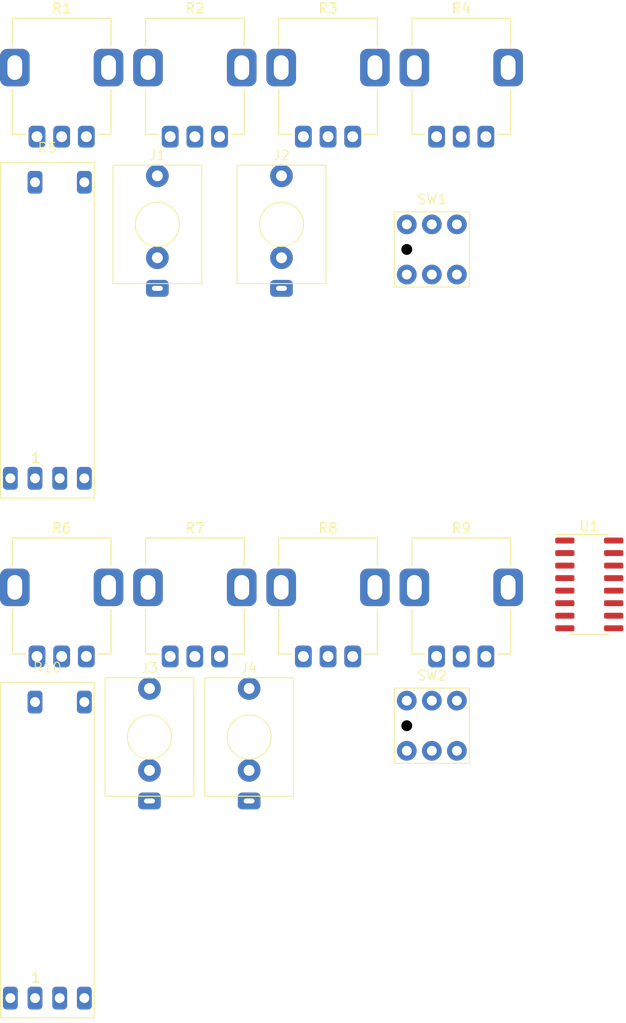
<source format=kicad_pcb>
(kicad_pcb (version 20221018) (generator pcbnew)
  (layers (0 "F.Cu" signal) (31 "B.Cu" signal) (34 "B.Paste" user) (35 "F.Paste" user) (36 "B.SilkS" user "B.Silkscreen") (37 "F.SilkS" user "F.Silkscreen") (38 "B.Mask" user) (39 "F.Mask" user) (44 "Edge.Cuts" user))
  (net 0 "")
  (net 23 "Net-(J2-PadT)")
  (net 24 "/Channel 1 input/Pan_cv")
  (net 38 "Net-(J4-PadT)")
  (net 39 "/Channel 2 input/Pan_cv")
  (footprint "WillItBlend:Potentiometer_SongHuei_9mm" (layer "F.Cu") (at 160.6 95.2)
    (fp_text reference "R6" (at 0 -6) (layer "F.SilkS"))
    (fp_text value "100k")
    (fp_line (start -5 -2.25) (end -5 -5) (stroke (width 0.12)) (layer "F.SilkS"))
    (fp_line (start -5 6.75) (end -5 2.25) (stroke (width 0.12)) (layer "F.SilkS"))
    (fp_line (start -3.665 6.75) (end -5 6.75) (stroke (width 0.12)) (layer "F.SilkS"))
    (fp_line (start 3.665 6.75) (end 5 6.75) (stroke (width 0.12)) (layer "F.SilkS"))
    (fp_line (start 5 -5) (end -5 -5) (stroke (width 0.12)) (layer "F.SilkS"))
    (fp_line (start 5 -2.25) (end 5 -5) (stroke (width 0.12)) (layer "F.SilkS"))
    (fp_line (start 5 6.75) (end 5 2.25) (stroke (width 0.12)) (layer "F.SilkS"))
    (pad "" thru_hole roundrect (at -4.75 0 180) (size 3 3.8) (drill oval 1.5 2.5) (layers "*.Cu" "*.Mask"))
    (pad "" thru_hole roundrect (at 4.75 0 180) (size 3 3.8) (drill oval 1.5 2.5) (layers "*.Cu" "*.Mask"))
    (pad "1" thru_hole roundrect (at -2.5 7 180) (size 1.7 2.2) (drill 1.1) (layers "*.Cu" "*.Mask"))
    (pad "2" thru_hole roundrect (at 0 7 180) (size 1.7 2.2) (drill 1.1) (layers "*.Cu" "*.Mask"))
    (pad "3" thru_hole roundrect (at 2.5 7 180) (size 1.7 2.2) (drill 1.1) (layers "*.Cu" "*.Mask"))
  )
  (footprint "WillItBlend:Potentiometer_SongHuei_9mm" (layer "F.Cu") (at 160.6 42.53)
    (fp_text reference "R1" (at 0 -6) (layer "F.SilkS"))
    (fp_text value "100k")
    (fp_line (start -5 -2.25) (end -5 -5) (stroke (width 0.12)) (layer "F.SilkS"))
    (fp_line (start -5 6.75) (end -5 2.25) (stroke (width 0.12)) (layer "F.SilkS"))
    (fp_line (start -3.665 6.75) (end -5 6.75) (stroke (width 0.12)) (layer "F.SilkS"))
    (fp_line (start 3.665 6.75) (end 5 6.75) (stroke (width 0.12)) (layer "F.SilkS"))
    (fp_line (start 5 -5) (end -5 -5) (stroke (width 0.12)) (layer "F.SilkS"))
    (fp_line (start 5 -2.25) (end 5 -5) (stroke (width 0.12)) (layer "F.SilkS"))
    (fp_line (start 5 6.75) (end 5 2.25) (stroke (width 0.12)) (layer "F.SilkS"))
    (pad "" thru_hole roundrect (at -4.75 0 180) (size 3 3.8) (drill oval 1.5 2.5) (layers "*.Cu" "*.Mask"))
    (pad "" thru_hole roundrect (at 4.75 0 180) (size 3 3.8) (drill oval 1.5 2.5) (layers "*.Cu" "*.Mask"))
    (pad "1" thru_hole roundrect (at -2.5 7 180) (size 1.7 2.2) (drill 1.1) (layers "*.Cu" "*.Mask"))
    (pad "2" thru_hole roundrect (at 0 7 180) (size 1.7 2.2) (drill 1.1) (layers "*.Cu" "*.Mask"))
    (pad "3" thru_hole roundrect (at 2.5 7 180) (size 1.7 2.2) (drill 1.1) (layers "*.Cu" "*.Mask"))
  )
  (footprint "WillItBlend:Potentiometer_SongHuei_9mm" (layer "F.Cu") (at 174.1 42.53)
    (fp_text reference "R2" (at 0 -6) (layer "F.SilkS"))
    (fp_text value "100k")
    (fp_line (start -5 -2.25) (end -5 -5) (stroke (width 0.12)) (layer "F.SilkS"))
    (fp_line (start -5 6.75) (end -5 2.25) (stroke (width 0.12)) (layer "F.SilkS"))
    (fp_line (start -3.665 6.75) (end -5 6.75) (stroke (width 0.12)) (layer "F.SilkS"))
    (fp_line (start 3.665 6.75) (end 5 6.75) (stroke (width 0.12)) (layer "F.SilkS"))
    (fp_line (start 5 -5) (end -5 -5) (stroke (width 0.12)) (layer "F.SilkS"))
    (fp_line (start 5 -2.25) (end 5 -5) (stroke (width 0.12)) (layer "F.SilkS"))
    (fp_line (start 5 6.75) (end 5 2.25) (stroke (width 0.12)) (layer "F.SilkS"))
    (pad "" thru_hole roundrect (at -4.75 0 180) (size 3 3.8) (drill oval 1.5 2.5) (layers "*.Cu" "*.Mask"))
    (pad "" thru_hole roundrect (at 4.75 0 180) (size 3 3.8) (drill oval 1.5 2.5) (layers "*.Cu" "*.Mask"))
    (pad "1" thru_hole roundrect (at -2.5 7 180) (size 1.7 2.2) (drill 1.1) (layers "*.Cu" "*.Mask"))
    (pad "2" thru_hole roundrect (at 0 7 180) (size 1.7 2.2) (drill 1.1) (layers "*.Cu" "*.Mask"))
    (pad "3" thru_hole roundrect (at 2.5 7 180) (size 1.7 2.2) (drill 1.1) (layers "*.Cu" "*.Mask"))
  )
  (footprint "WillItBlend:PJ398SM" (layer "F.Cu") (at 170.3 58.42)
    (fp_text reference "J1" (at 0 -7 unlocked) (layer "F.SilkS") (effects (font (thickness 0.1))))
    (fp_text value "PJ398SM" hide)
    (fp_rect (start -4.5 -6) (end 4.5 6) (stroke (width 0.1)) (fill none) (layer "F.SilkS"))
    (fp_circle (center 0 0) (end 2.236 0) (stroke (width 0.1)) (fill none) (layer "F.SilkS"))
    (pad "1" thru_hole roundrect (at 0 6.48) (size 2.3 1.7) (drill oval 1.1 0.5) (layers "*.Cu" "*.Mask"))
    (pad "2" thru_hole circle (at 0 3.38) (size 2.3 2.3) (drill 1.1) (layers "*.Cu" "*.Mask"))
    (pad "3" thru_hole circle (at 0 -4.92) (size 2.3 2.3) (drill 1.1) (layers "*.Cu" "*.Mask"))
  )
  (footprint "WillItBlend:PJ398SM" (layer "F.Cu") (at 169.5 110.365)
    (fp_text reference "J3" (at 0 -7 unlocked) (layer "F.SilkS") (effects (font (thickness 0.1))))
    (fp_text value "PJ398SM" hide)
    (fp_rect (start -4.5 -6) (end 4.5 6) (stroke (width 0.1)) (fill none) (layer "F.SilkS"))
    (fp_circle (center 0 0) (end 2.236 0) (stroke (width 0.1)) (fill none) (layer "F.SilkS"))
    (pad "1" thru_hole roundrect (at 0 6.48) (size 2.3 1.7) (drill oval 1.1 0.5) (layers "*.Cu" "*.Mask"))
    (pad "2" thru_hole circle (at 0 3.38) (size 2.3 2.3) (drill 1.1) (layers "*.Cu" "*.Mask"))
    (pad "3" thru_hole circle (at 0 -4.92) (size 2.3 2.3) (drill 1.1) (layers "*.Cu" "*.Mask"))
  )
  (footprint "WillItBlend:PB01-109TL" (layer "F.Cu") (at 198.12 109.22)
    (fp_text reference "SW2" (at 0 -5.08 unlocked) (layer "F.SilkS") (effects (font (thickness 0.1))))
    (fp_text value "SW_SPST_LED")
    (fp_rect (start -3.81 -3.81) (end 3.81 3.81) (stroke (width 0.1)) (fill none) (layer "F.SilkS"))
    (pad "" np_thru_hole circle (at -2.54 0) (size 1.7 1.7) (drill 1.1) (layers "*.Mask"))
    (pad "1" thru_hole circle (at 2.54 -2.54) (size 2 2) (drill 1) (layers "*.Cu" "*.Mask"))
    (pad "2" thru_hole circle (at 2.54 2.54) (size 2 2) (drill 1) (layers "*.Cu" "*.Mask"))
    (pad "3" thru_hole circle (at -2.54 -2.54) (size 2 2) (drill 1) (layers "*.Cu" "*.Mask"))
    (pad "4" thru_hole circle (at -2.54 2.54) (size 2 2) (drill 1) (layers "*.Cu" "*.Mask"))
    (pad "L1" thru_hole circle (at 0 -2.54) (size 2 2) (drill 1) (layers "*.Cu" "*.Mask"))
    (pad "L2" thru_hole circle (at 0 2.54) (size 2 2) (drill 1) (layers "*.Cu" "*.Mask"))
  )
  (footprint "WillItBlend:PJ398SM" (layer "F.Cu") (at 182.88 58.42)
    (fp_text reference "J2" (at 0 -7 unlocked) (layer "F.SilkS") (effects (font (thickness 0.1))))
    (fp_text value "PJ398SM" hide)
    (fp_rect (start -4.5 -6) (end 4.5 6) (stroke (width 0.1)) (fill none) (layer "F.SilkS"))
    (fp_circle (center 0 0) (end 2.236 0) (stroke (width 0.1)) (fill none) (layer "F.SilkS"))
    (pad "1" thru_hole roundrect (at 0 6.48) (size 2.3 1.7) (drill oval 1.1 0.5) (layers "*.Cu" "*.Mask"))
    (pad "2" thru_hole circle (at 0 3.38) (size 2.3 2.3) (drill 1.1) (layers "*.Cu" "*.Mask"))
    (pad "3" thru_hole circle (at 0 -4.92) (size 2.3 2.3) (drill 1.1) (layers "*.Cu" "*.Mask"))
  )
  (footprint "WillItBlend:PJ398SM" (layer "F.Cu") (at 179.6 110.365)
    (fp_text reference "J4" (at 0 -7 unlocked) (layer "F.SilkS") (effects (font (thickness 0.1))))
    (fp_text value "PJ398SM" hide)
    (fp_rect (start -4.5 -6) (end 4.5 6) (stroke (width 0.1)) (fill none) (layer "F.SilkS"))
    (fp_circle (center 0 0) (end 2.236 0) (stroke (width 0.1)) (fill none) (layer "F.SilkS"))
    (pad "1" thru_hole roundrect (at 0 6.48) (size 2.3 1.7) (drill oval 1.1 0.5) (layers "*.Cu" "*.Mask"))
    (pad "2" thru_hole circle (at 0 3.38) (size 2.3 2.3) (drill 1.1) (layers "*.Cu" "*.Mask"))
    (pad "3" thru_hole circle (at 0 -4.92) (size 2.3 2.3) (drill 1.1) (layers "*.Cu" "*.Mask"))
  )
  (footprint "WillItBlend:Potentiometer_SongHuei_9mm" (layer "F.Cu") (at 201.1 95.2)
    (fp_text reference "R9" (at 0 -6) (layer "F.SilkS"))
    (fp_text value "100k")
    (fp_line (start -5 -2.25) (end -5 -5) (stroke (width 0.12)) (layer "F.SilkS"))
    (fp_line (start -5 6.75) (end -5 2.25) (stroke (width 0.12)) (layer "F.SilkS"))
    (fp_line (start -3.665 6.75) (end -5 6.75) (stroke (width 0.12)) (layer "F.SilkS"))
    (fp_line (start 3.665 6.75) (end 5 6.75) (stroke (width 0.12)) (layer "F.SilkS"))
    (fp_line (start 5 -5) (end -5 -5) (stroke (width 0.12)) (layer "F.SilkS"))
    (fp_line (start 5 -2.25) (end 5 -5) (stroke (width 0.12)) (layer "F.SilkS"))
    (fp_line (start 5 6.75) (end 5 2.25) (stroke (width 0.12)) (layer "F.SilkS"))
    (pad "" thru_hole roundrect (at -4.75 0 180) (size 3 3.8) (drill oval 1.5 2.5) (layers "*.Cu" "*.Mask"))
    (pad "" thru_hole roundrect (at 4.75 0 180) (size 3 3.8) (drill oval 1.5 2.5) (layers "*.Cu" "*.Mask"))
    (pad "1" thru_hole roundrect (at -2.5 7 180) (size 1.7 2.2) (drill 1.1) (layers "*.Cu" "*.Mask"))
    (pad "2" thru_hole roundrect (at 0 7 180) (size 1.7 2.2) (drill 1.1) (layers "*.Cu" "*.Mask"))
    (pad "3" thru_hole roundrect (at 2.5 7 180) (size 1.7 2.2) (drill 1.1) (layers "*.Cu" "*.Mask"))
  )
  (footprint "Package_SO:SOIC-16_3.9x9.9mm_P1.27mm" (layer "F.Cu") (at 214.075 94.9)
    (fp_text reference "U1" (at 0 -5.9) (layer "F.SilkS"))
    (fp_text value "SSI2164")
    (fp_line (start 0 -5.06) (end -3.45 -5.06) (stroke (width 0.12)) (layer "F.SilkS"))
    (fp_line (start 0 -5.06) (end 1.95 -5.06) (stroke (width 0.12)) (layer "F.SilkS"))
    (fp_line (start 0 5.06) (end -1.95 5.06) (stroke (width 0.12)) (layer "F.SilkS"))
    (fp_line (start 0 5.06) (end 1.95 5.06) (stroke (width 0.12)) (layer "F.SilkS"))
    (pad "1" smd roundrect (at -2.475 -4.445) (size 1.95 0.6) (layers "F.Cu" "F.Paste" "F.Mask"))
    (pad "2" smd roundrect (at -2.475 -3.175) (size 1.95 0.6) (layers "F.Cu" "F.Paste" "F.Mask"))
    (pad "3" smd roundrect (at -2.475 -1.905) (size 1.95 0.6) (layers "F.Cu" "F.Paste" "F.Mask"))
    (pad "4" smd roundrect (at -2.475 -0.635) (size 1.95 0.6) (layers "F.Cu" "F.Paste" "F.Mask"))
    (pad "5" smd roundrect (at -2.475 0.635) (size 1.95 0.6) (layers "F.Cu" "F.Paste" "F.Mask"))
    (pad "6" smd roundrect (at -2.475 1.905) (size 1.95 0.6) (layers "F.Cu" "F.Paste" "F.Mask"))
    (pad "7" smd roundrect (at -2.475 3.175) (size 1.95 0.6) (layers "F.Cu" "F.Paste" "F.Mask"))
    (pad "8" smd roundrect (at -2.475 4.445) (size 1.95 0.6) (layers "F.Cu" "F.Paste" "F.Mask"))
    (pad "9" smd roundrect (at 2.475 4.445) (size 1.95 0.6) (layers "F.Cu" "F.Paste" "F.Mask"))
    (pad "10" smd roundrect (at 2.475 3.175) (size 1.95 0.6) (layers "F.Cu" "F.Paste" "F.Mask"))
    (pad "11" smd roundrect (at 2.475 1.905) (size 1.95 0.6) (layers "F.Cu" "F.Paste" "F.Mask"))
    (pad "12" smd roundrect (at 2.475 0.635) (size 1.95 0.6) (layers "F.Cu" "F.Paste" "F.Mask"))
    (pad "13" smd roundrect (at 2.475 -0.635) (size 1.95 0.6) (layers "F.Cu" "F.Paste" "F.Mask"))
    (pad "14" smd roundrect (at 2.475 -1.905) (size 1.95 0.6) (layers "F.Cu" "F.Paste" "F.Mask"))
    (pad "15" smd roundrect (at 2.475 -3.175) (size 1.95 0.6) (layers "F.Cu" "F.Paste" "F.Mask"))
    (pad "16" smd roundrect (at 2.475 -4.445) (size 1.95 0.6) (layers "F.Cu" "F.Paste" "F.Mask"))
  )
  (footprint "WillItBlend:RA2045F-20" (layer "F.Cu") (at 159.15 69.15)
    (fp_text reference "R5" (at 0 -18.5 unlocked) (layer "F.SilkS") (effects (font (thickness 0.1))))
    (fp_text value "50k")
    (fp_text user "1" (at -1.75 13.5 unlocked) (layer "F.SilkS") (effects (justify left bottom)))
    (fp_rect (start 4.75 17) (end -4.75 -17) (stroke (width 0.1)) (fill none) (layer "F.SilkS"))
    (pad "1" thru_hole roundrect (at -1.25 15 180) (size 1.5 2.3) (drill 1) (layers "*.Cu" "*.Mask"))
    (pad "2" thru_hole roundrect (at -3.75 15 180) (size 1.5 2.3) (drill 1) (layers "*.Cu" "*.Mask"))
    (pad "3" thru_hole roundrect (at -1.25 -15 180) (size 1.5 2.3) (drill 1) (layers "*.Cu" "*.Mask"))
    (pad "B" thru_hole roundrect (at 3.75 -15 180) (size 1.5 2.3) (drill 1) (layers "*.Cu" "*.Mask"))
    (pad "E" thru_hole roundrect (at 3.75 15 180) (size 1.5 2.3) (drill 1) (layers "*.Cu" "*.Mask"))
    (pad "L" thru_hole roundrect (at 1.25 15 180) (size 1.5 2.3) (drill 1) (layers "*.Cu" "*.Mask"))
  )
  (footprint "WillItBlend:RA2045F-20" (layer "F.Cu") (at 159.15 121.82)
    (fp_text reference "R10" (at 0 -18.5 unlocked) (layer "F.SilkS") (effects (font (thickness 0.1))))
    (fp_text value "50k")
    (fp_text user "1" (at -1.75 13.5 unlocked) (layer "F.SilkS") (effects (justify left bottom)))
    (fp_rect (start 4.75 17) (end -4.75 -17) (stroke (width 0.1)) (fill none) (layer "F.SilkS"))
    (pad "1" thru_hole roundrect (at -1.25 15 180) (size 1.5 2.3) (drill 1) (layers "*.Cu" "*.Mask"))
    (pad "2" thru_hole roundrect (at -3.75 15 180) (size 1.5 2.3) (drill 1) (layers "*.Cu" "*.Mask"))
    (pad "3" thru_hole roundrect (at -1.25 -15 180) (size 1.5 2.3) (drill 1) (layers "*.Cu" "*.Mask"))
    (pad "B" thru_hole roundrect (at 3.75 -15 180) (size 1.5 2.3) (drill 1) (layers "*.Cu" "*.Mask"))
    (pad "E" thru_hole roundrect (at 3.75 15 180) (size 1.5 2.3) (drill 1) (layers "*.Cu" "*.Mask"))
    (pad "L" thru_hole roundrect (at 1.25 15 180) (size 1.5 2.3) (drill 1) (layers "*.Cu" "*.Mask"))
  )
  (footprint "WillItBlend:Potentiometer_SongHuei_9mm" (layer "F.Cu") (at 187.6 42.53)
    (fp_text reference "R3" (at 0 -6) (layer "F.SilkS"))
    (fp_text value "100k")
    (fp_line (start -5 -2.25) (end -5 -5) (stroke (width 0.12)) (layer "F.SilkS"))
    (fp_line (start -5 6.75) (end -5 2.25) (stroke (width 0.12)) (layer "F.SilkS"))
    (fp_line (start -3.665 6.75) (end -5 6.75) (stroke (width 0.12)) (layer "F.SilkS"))
    (fp_line (start 3.665 6.75) (end 5 6.75) (stroke (width 0.12)) (layer "F.SilkS"))
    (fp_line (start 5 -5) (end -5 -5) (stroke (width 0.12)) (layer "F.SilkS"))
    (fp_line (start 5 -2.25) (end 5 -5) (stroke (width 0.12)) (layer "F.SilkS"))
    (fp_line (start 5 6.75) (end 5 2.25) (stroke (width 0.12)) (layer "F.SilkS"))
    (pad "" thru_hole roundrect (at -4.75 0 180) (size 3 3.8) (drill oval 1.5 2.5) (layers "*.Cu" "*.Mask"))
    (pad "" thru_hole roundrect (at 4.75 0 180) (size 3 3.8) (drill oval 1.5 2.5) (layers "*.Cu" "*.Mask"))
    (pad "1" thru_hole roundrect (at -2.5 7 180) (size 1.7 2.2) (drill 1.1) (layers "*.Cu" "*.Mask") (net 23 "Net-(J2-PadT)"))
    (pad "2" thru_hole roundrect (at 0 7 180) (size 1.7 2.2) (drill 1.1) (layers "*.Cu" "*.Mask") (net 24 "/Channel 1 input/Pan_cv"))
    (pad "3" thru_hole roundrect (at 2.5 7 180) (size 1.7 2.2) (drill 1.1) (layers "*.Cu" "*.Mask"))
  )
  (footprint "WillItBlend:Potentiometer_SongHuei_9mm" (layer "F.Cu") (at 187.6 95.2)
    (fp_text reference "R8" (at 0 -6) (layer "F.SilkS"))
    (fp_text value "100k")
    (fp_line (start -5 -2.25) (end -5 -5) (stroke (width 0.12)) (layer "F.SilkS"))
    (fp_line (start -5 6.75) (end -5 2.25) (stroke (width 0.12)) (layer "F.SilkS"))
    (fp_line (start -3.665 6.75) (end -5 6.75) (stroke (width 0.12)) (layer "F.SilkS"))
    (fp_line (start 3.665 6.75) (end 5 6.75) (stroke (width 0.12)) (layer "F.SilkS"))
    (fp_line (start 5 -5) (end -5 -5) (stroke (width 0.12)) (layer "F.SilkS"))
    (fp_line (start 5 -2.25) (end 5 -5) (stroke (width 0.12)) (layer "F.SilkS"))
    (fp_line (start 5 6.75) (end 5 2.25) (stroke (width 0.12)) (layer "F.SilkS"))
    (pad "" thru_hole roundrect (at -4.75 0 180) (size 3 3.8) (drill oval 1.5 2.5) (layers "*.Cu" "*.Mask"))
    (pad "" thru_hole roundrect (at 4.75 0 180) (size 3 3.8) (drill oval 1.5 2.5) (layers "*.Cu" "*.Mask"))
    (pad "1" thru_hole roundrect (at -2.5 7 180) (size 1.7 2.2) (drill 1.1) (layers "*.Cu" "*.Mask") (net 38 "Net-(J4-PadT)"))
    (pad "2" thru_hole roundrect (at 0 7 180) (size 1.7 2.2) (drill 1.1) (layers "*.Cu" "*.Mask") (net 39 "/Channel 2 input/Pan_cv"))
    (pad "3" thru_hole roundrect (at 2.5 7 180) (size 1.7 2.2) (drill 1.1) (layers "*.Cu" "*.Mask"))
  )
  (footprint "WillItBlend:Potentiometer_SongHuei_9mm" (layer "F.Cu") (at 174.1 95.2)
    (fp_text reference "R7" (at 0 -6) (layer "F.SilkS"))
    (fp_text value "100k")
    (fp_line (start -5 -2.25) (end -5 -5) (stroke (width 0.12)) (layer "F.SilkS"))
    (fp_line (start -5 6.75) (end -5 2.25) (stroke (width 0.12)) (layer "F.SilkS"))
    (fp_line (start -3.665 6.75) (end -5 6.75) (stroke (width 0.12)) (layer "F.SilkS"))
    (fp_line (start 3.665 6.75) (end 5 6.75) (stroke (width 0.12)) (layer "F.SilkS"))
    (fp_line (start 5 -5) (end -5 -5) (stroke (width 0.12)) (layer "F.SilkS"))
    (fp_line (start 5 -2.25) (end 5 -5) (stroke (width 0.12)) (layer "F.SilkS"))
    (fp_line (start 5 6.75) (end 5 2.25) (stroke (width 0.12)) (layer "F.SilkS"))
    (pad "" thru_hole roundrect (at -4.75 0 180) (size 3 3.8) (drill oval 1.5 2.5) (layers "*.Cu" "*.Mask"))
    (pad "" thru_hole roundrect (at 4.75 0 180) (size 3 3.8) (drill oval 1.5 2.5) (layers "*.Cu" "*.Mask"))
    (pad "1" thru_hole roundrect (at -2.5 7 180) (size 1.7 2.2) (drill 1.1) (layers "*.Cu" "*.Mask"))
    (pad "2" thru_hole roundrect (at 0 7 180) (size 1.7 2.2) (drill 1.1) (layers "*.Cu" "*.Mask"))
    (pad "3" thru_hole roundrect (at 2.5 7 180) (size 1.7 2.2) (drill 1.1) (layers "*.Cu" "*.Mask"))
  )
  (footprint "WillItBlend:Potentiometer_SongHuei_9mm" (layer "F.Cu") (at 201.1 42.53)
    (fp_text reference "R4" (at 0 -6) (layer "F.SilkS"))
    (fp_text value "100k")
    (fp_line (start -5 -2.25) (end -5 -5) (stroke (width 0.12)) (layer "F.SilkS"))
    (fp_line (start -5 6.75) (end -5 2.25) (stroke (width 0.12)) (layer "F.SilkS"))
    (fp_line (start -3.665 6.75) (end -5 6.75) (stroke (width 0.12)) (layer "F.SilkS"))
    (fp_line (start 3.665 6.75) (end 5 6.75) (stroke (width 0.12)) (layer "F.SilkS"))
    (fp_line (start 5 -5) (end -5 -5) (stroke (width 0.12)) (layer "F.SilkS"))
    (fp_line (start 5 -2.25) (end 5 -5) (stroke (width 0.12)) (layer "F.SilkS"))
    (fp_line (start 5 6.75) (end 5 2.25) (stroke (width 0.12)) (layer "F.SilkS"))
    (pad "" thru_hole roundrect (at -4.75 0 180) (size 3 3.8) (drill oval 1.5 2.5) (layers "*.Cu" "*.Mask"))
    (pad "" thru_hole roundrect (at 4.75 0 180) (size 3 3.8) (drill oval 1.5 2.5) (layers "*.Cu" "*.Mask"))
    (pad "1" thru_hole roundrect (at -2.5 7 180) (size 1.7 2.2) (drill 1.1) (layers "*.Cu" "*.Mask"))
    (pad "2" thru_hole roundrect (at 0 7 180) (size 1.7 2.2) (drill 1.1) (layers "*.Cu" "*.Mask"))
    (pad "3" thru_hole roundrect (at 2.5 7 180) (size 1.7 2.2) (drill 1.1) (layers "*.Cu" "*.Mask"))
  )
  (footprint "WillItBlend:PB01-109TL" (layer "F.Cu") (at 198.12 60.96)
    (fp_text reference "SW1" (at 0 -5.08 unlocked) (layer "F.SilkS") (effects (font (thickness 0.1))))
    (fp_text value "SW_SPST_LED")
    (fp_rect (start -3.81 -3.81) (end 3.81 3.81) (stroke (width 0.1)) (fill none) (layer "F.SilkS"))
    (pad "" np_thru_hole circle (at -2.54 0) (size 1.7 1.7) (drill 1.1) (layers "*.Mask"))
    (pad "1" thru_hole circle (at 2.54 -2.54) (size 2 2) (drill 1) (layers "*.Cu" "*.Mask"))
    (pad "2" thru_hole circle (at 2.54 2.54) (size 2 2) (drill 1) (layers "*.Cu" "*.Mask"))
    (pad "3" thru_hole circle (at -2.54 -2.54) (size 2 2) (drill 1) (layers "*.Cu" "*.Mask"))
    (pad "4" thru_hole circle (at -2.54 2.54) (size 2 2) (drill 1) (layers "*.Cu" "*.Mask"))
    (pad "L1" thru_hole circle (at 0 -2.54) (size 2 2) (drill 1) (layers "*.Cu" "*.Mask"))
    (pad "L2" thru_hole circle (at 0 2.54) (size 2 2) (drill 1) (layers "*.Cu" "*.Mask"))
  )
)
</source>
